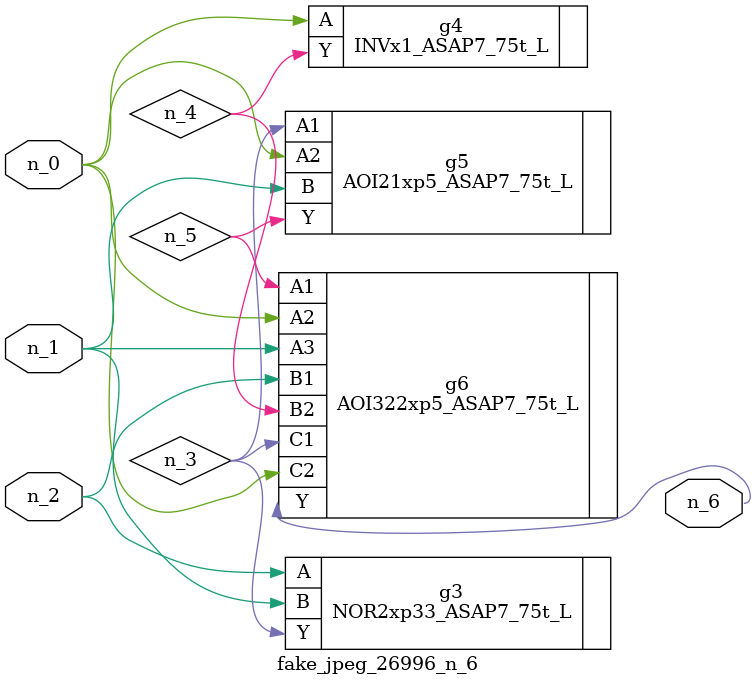
<source format=v>
module fake_jpeg_26996_n_6 (n_0, n_2, n_1, n_6);

input n_0;
input n_2;
input n_1;

output n_6;

wire n_3;
wire n_4;
wire n_5;

NOR2xp33_ASAP7_75t_L g3 ( 
.A(n_2),
.B(n_1),
.Y(n_3)
);

INVx1_ASAP7_75t_L g4 ( 
.A(n_0),
.Y(n_4)
);

AOI21xp5_ASAP7_75t_L g5 ( 
.A1(n_3),
.A2(n_0),
.B(n_1),
.Y(n_5)
);

AOI322xp5_ASAP7_75t_L g6 ( 
.A1(n_5),
.A2(n_0),
.A3(n_1),
.B1(n_2),
.B2(n_4),
.C1(n_3),
.C2(n_0),
.Y(n_6)
);


endmodule
</source>
